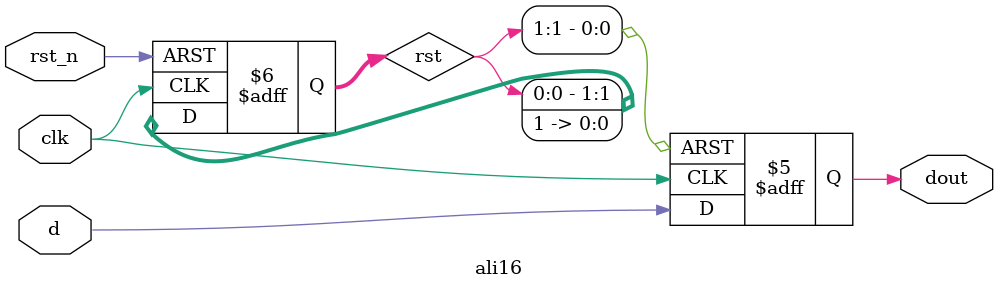
<source format=v>
`timescale 1ns/1ns

module ali16(
input clk,
input rst_n,
input d,
output reg dout
 );
reg[1:0] rst;
//*************code***********//
always @(posedge clk or negedge rst_n) begin
    if(!rst_n) begin
        rst <= 2'b00;
    end
    else begin
        rst <= {rst[0], 1'b1};
    end
end

always @(posedge clk or negedge rst[1]) begin
    if(!rst[1]) begin
        dout <= 0;
    end
    else begin
        dout <= d;
    end
end

//*************code***********//
endmodule
</source>
